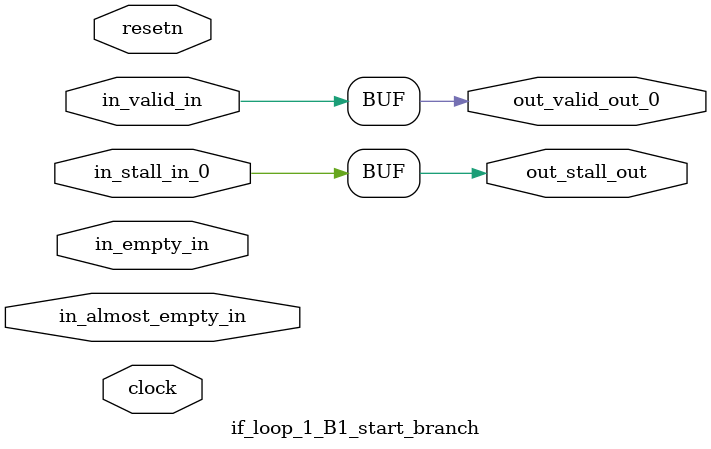
<source format=sv>



(* altera_attribute = "-name AUTO_SHIFT_REGISTER_RECOGNITION OFF; -name MESSAGE_DISABLE 10036; -name MESSAGE_DISABLE 10037; -name MESSAGE_DISABLE 14130; -name MESSAGE_DISABLE 14320; -name MESSAGE_DISABLE 15400; -name MESSAGE_DISABLE 14130; -name MESSAGE_DISABLE 10036; -name MESSAGE_DISABLE 12020; -name MESSAGE_DISABLE 12030; -name MESSAGE_DISABLE 12010; -name MESSAGE_DISABLE 12110; -name MESSAGE_DISABLE 14320; -name MESSAGE_DISABLE 13410; -name MESSAGE_DISABLE 113007; -name MESSAGE_DISABLE 10958" *)
module if_loop_1_B1_start_branch (
    input wire [0:0] in_almost_empty_in,
    input wire [0:0] in_empty_in,
    input wire [0:0] in_stall_in_0,
    input wire [0:0] in_valid_in,
    output wire [0:0] out_stall_out,
    output wire [0:0] out_valid_out_0,
    input wire clock,
    input wire resetn
    );

    reg [0:0] rst_sync_rst_sclrn;


    // out_stall_out(GPOUT,6)
    assign out_stall_out = in_stall_in_0;

    // out_valid_out_0(GPOUT,7)
    assign out_valid_out_0 = in_valid_in;

    // rst_sync(RESETSYNC,8)
    acl_reset_handler #(
        .ASYNC_RESET(0),
        .USE_SYNCHRONIZER(1),
        .PULSE_EXTENSION(0),
        .PIPE_DEPTH(3),
        .DUPLICATE(1)
    ) therst_sync (
        .clk(clock),
        .i_resetn(resetn),
        .o_sclrn(rst_sync_rst_sclrn)
    );

endmodule

</source>
